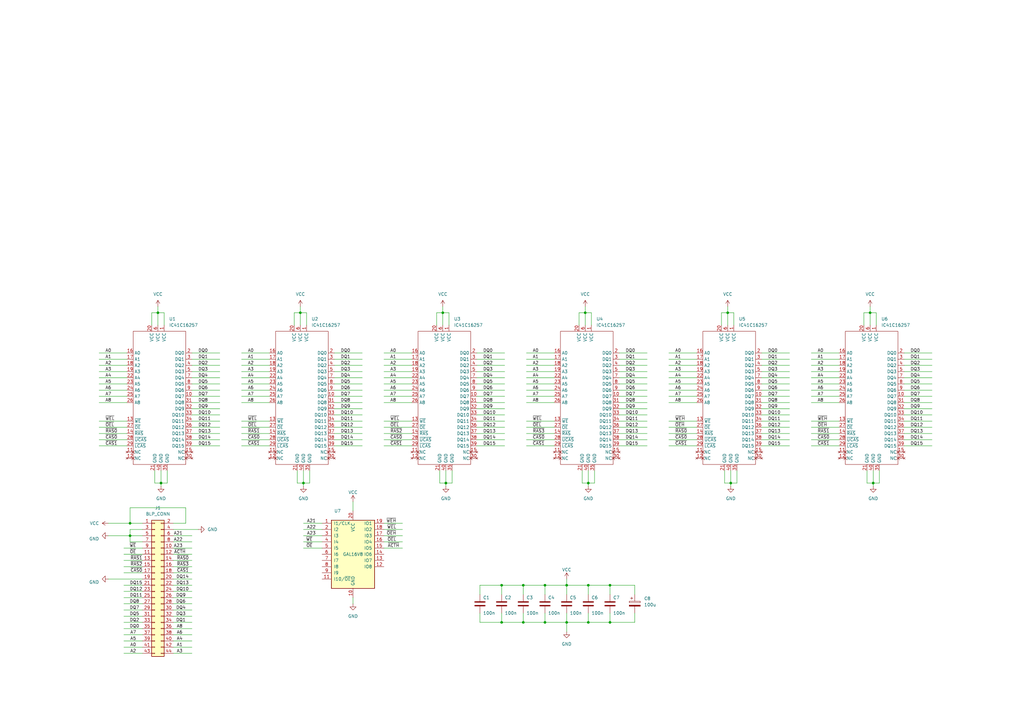
<source format=kicad_sch>
(kicad_sch (version 20211123) (generator eeschema)
  (paper "A3")
  (junction (at 53.34 219.71) (diameter 0.9144))
  (junction (at 205.74 240.03) (diameter 0.9144))
  (junction (at 356.87 128.27))
  (junction (at 182.88 198.12))
  (junction (at 250.19 240.03))
  (junction (at 214.63 240.03) (diameter 0.9144))
  (junction (at 232.41 255.27) (diameter 0.9144))
  (junction (at 241.3 240.03) (diameter 0.9144))
  (junction (at 241.3 198.12))
  (junction (at 298.45 128.27))
  (junction (at 232.41 240.03) (diameter 0.9144))
  (junction (at 66.04 198.12))
  (junction (at 223.52 240.03) (diameter 0.9144))
  (junction (at 250.19 255.27))
  (junction (at 181.61 128.27))
  (junction (at 223.52 255.27) (diameter 0.9144))
  (junction (at 299.72 198.12))
  (junction (at 123.19 128.27))
  (junction (at 64.77 128.27))
  (junction (at 53.34 214.63) (diameter 0.9144))
  (junction (at 205.74 255.27) (diameter 0.9144))
  (junction (at 240.03 128.27))
  (junction (at 124.46 198.12))
  (junction (at 358.14 198.12))
  (junction (at 214.63 255.27) (diameter 0.9144))
  (junction (at 241.3 255.27) (diameter 0.9144))
  (wire (pts (xy 99.06 162.56) (xy 110.49 162.56)))
  (wire (pts (xy 358.14 198.12) (xy 360.68 198.12)))
  (wire (pts (xy 62.23 133.35) (xy 62.23 128.27)))
  (wire (pts (xy 50.8 250.19) (xy 58.42 250.19)))
  (wire (pts (xy 332.74 182.88) (xy 344.17 182.88)))
  (wire (pts (xy 195.58 152.4) (xy 207.01 152.4)))
  (wire (pts (xy 358.14 193.04) (xy 358.14 198.12)))
  (wire (pts (xy 215.9 144.78) (xy 227.33 144.78)))
  (wire (pts (xy 254 147.32) (xy 265.43 147.32)))
  (wire (pts (xy 241.3 240.03) (xy 241.3 243.84)))
  (wire (pts (xy 370.84 160.02) (xy 382.27 160.02)))
  (wire (pts (xy 71.12 234.95) (xy 78.74 234.95)))
  (wire (pts (xy 157.48 172.72) (xy 168.91 172.72)))
  (wire (pts (xy 127 198.12) (xy 127 193.04)))
  (wire (pts (xy 312.42 162.56) (xy 323.85 162.56)))
  (wire (pts (xy 66.04 198.12) (xy 68.58 198.12)))
  (wire (pts (xy 78.74 167.64) (xy 90.17 167.64)))
  (wire (pts (xy 312.42 180.34) (xy 323.85 180.34)))
  (wire (pts (xy 62.23 128.27) (xy 64.77 128.27)))
  (wire (pts (xy 370.84 162.56) (xy 382.27 162.56)))
  (wire (pts (xy 40.64 177.8) (xy 52.07 177.8)))
  (wire (pts (xy 215.9 147.32) (xy 227.33 147.32)))
  (wire (pts (xy 137.16 170.18) (xy 148.59 170.18)))
  (wire (pts (xy 71.12 245.11) (xy 78.74 245.11)))
  (wire (pts (xy 180.34 193.04) (xy 180.34 198.12)))
  (wire (pts (xy 137.16 157.48) (xy 148.59 157.48)))
  (wire (pts (xy 195.58 167.64) (xy 207.01 167.64)))
  (wire (pts (xy 237.49 128.27) (xy 240.03 128.27)))
  (wire (pts (xy 157.48 177.8) (xy 168.91 177.8)))
  (wire (pts (xy 99.06 152.4) (xy 110.49 152.4)))
  (wire (pts (xy 78.74 144.78) (xy 90.17 144.78)))
  (wire (pts (xy 99.06 147.32) (xy 110.49 147.32)))
  (wire (pts (xy 50.8 255.27) (xy 58.42 255.27)))
  (wire (pts (xy 44.45 219.71) (xy 53.34 219.71)))
  (wire (pts (xy 53.34 219.71) (xy 58.42 219.71)))
  (wire (pts (xy 157.48 222.25) (xy 165.1 222.25)))
  (wire (pts (xy 78.74 165.1) (xy 90.17 165.1)))
  (wire (pts (xy 274.32 165.1) (xy 285.75 165.1)))
  (wire (pts (xy 238.76 193.04) (xy 238.76 198.12)))
  (wire (pts (xy 50.8 260.35) (xy 58.42 260.35)))
  (wire (pts (xy 53.34 217.17) (xy 53.34 219.71)))
  (wire (pts (xy 58.42 217.17) (xy 53.34 217.17)))
  (wire (pts (xy 312.42 172.72) (xy 323.85 172.72)))
  (wire (pts (xy 99.06 182.88) (xy 110.49 182.88)))
  (wire (pts (xy 250.19 251.46) (xy 250.19 255.27)))
  (wire (pts (xy 297.18 198.12) (xy 299.72 198.12)))
  (wire (pts (xy 332.74 180.34) (xy 344.17 180.34)))
  (wire (pts (xy 214.63 255.27) (xy 223.52 255.27)))
  (wire (pts (xy 40.64 175.26) (xy 52.07 175.26)))
  (wire (pts (xy 332.74 172.72) (xy 344.17 172.72)))
  (wire (pts (xy 298.45 128.27) (xy 300.99 128.27)))
  (wire (pts (xy 99.06 177.8) (xy 110.49 177.8)))
  (wire (pts (xy 332.74 160.02) (xy 344.17 160.02)))
  (wire (pts (xy 71.12 222.25) (xy 78.74 222.25)))
  (wire (pts (xy 53.34 222.25) (xy 53.34 219.71)))
  (wire (pts (xy 58.42 222.25) (xy 53.34 222.25)))
  (wire (pts (xy 254 180.34) (xy 265.43 180.34)))
  (wire (pts (xy 355.6 198.12) (xy 358.14 198.12)))
  (wire (pts (xy 44.45 214.63) (xy 53.34 214.63)))
  (wire (pts (xy 53.34 214.63) (xy 58.42 214.63)))
  (wire (pts (xy 71.12 262.89) (xy 78.74 262.89)))
  (wire (pts (xy 78.74 162.56) (xy 90.17 162.56)))
  (wire (pts (xy 312.42 177.8) (xy 323.85 177.8)))
  (wire (pts (xy 64.77 128.27) (xy 64.77 133.35)))
  (wire (pts (xy 254 149.86) (xy 265.43 149.86)))
  (wire (pts (xy 124.46 198.12) (xy 124.46 199.39)))
  (wire (pts (xy 157.48 152.4) (xy 168.91 152.4)))
  (wire (pts (xy 78.74 180.34) (xy 90.17 180.34)))
  (wire (pts (xy 121.92 193.04) (xy 121.92 198.12)))
  (wire (pts (xy 302.26 198.12) (xy 302.26 193.04)))
  (wire (pts (xy 250.19 240.03) (xy 250.19 243.84)))
  (wire (pts (xy 241.3 198.12) (xy 243.84 198.12)))
  (wire (pts (xy 300.99 128.27) (xy 300.99 133.35)))
  (wire (pts (xy 157.48 154.94) (xy 168.91 154.94)))
  (wire (pts (xy 137.16 162.56) (xy 148.59 162.56)))
  (wire (pts (xy 215.9 182.88) (xy 227.33 182.88)))
  (wire (pts (xy 50.8 257.81) (xy 58.42 257.81)))
  (wire (pts (xy 137.16 160.02) (xy 148.59 160.02)))
  (wire (pts (xy 360.68 198.12) (xy 360.68 193.04)))
  (wire (pts (xy 370.84 147.32) (xy 382.27 147.32)))
  (wire (pts (xy 240.03 128.27) (xy 240.03 133.35)))
  (wire (pts (xy 50.8 265.43) (xy 58.42 265.43)))
  (wire (pts (xy 274.32 172.72) (xy 285.75 172.72)))
  (wire (pts (xy 195.58 154.94) (xy 207.01 154.94)))
  (wire (pts (xy 66.04 198.12) (xy 66.04 199.39)))
  (wire (pts (xy 124.46 217.17) (xy 132.08 217.17)))
  (wire (pts (xy 195.58 170.18) (xy 207.01 170.18)))
  (wire (pts (xy 254 144.78) (xy 265.43 144.78)))
  (wire (pts (xy 99.06 149.86) (xy 110.49 149.86)))
  (wire (pts (xy 195.58 172.72) (xy 207.01 172.72)))
  (wire (pts (xy 66.04 193.04) (xy 66.04 198.12)))
  (wire (pts (xy 71.12 267.97) (xy 78.74 267.97)))
  (wire (pts (xy 182.88 198.12) (xy 185.42 198.12)))
  (wire (pts (xy 78.74 177.8) (xy 90.17 177.8)))
  (wire (pts (xy 157.48 157.48) (xy 168.91 157.48)))
  (wire (pts (xy 71.12 224.79) (xy 78.74 224.79)))
  (wire (pts (xy 223.52 240.03) (xy 232.41 240.03)))
  (wire (pts (xy 274.32 152.4) (xy 285.75 152.4)))
  (wire (pts (xy 40.64 182.88) (xy 52.07 182.88)))
  (wire (pts (xy 195.58 157.48) (xy 207.01 157.48)))
  (wire (pts (xy 78.74 175.26) (xy 90.17 175.26)))
  (wire (pts (xy 78.74 160.02) (xy 90.17 160.02)))
  (wire (pts (xy 124.46 224.79) (xy 132.08 224.79)))
  (wire (pts (xy 137.16 177.8) (xy 148.59 177.8)))
  (wire (pts (xy 137.16 182.88) (xy 148.59 182.88)))
  (wire (pts (xy 359.41 128.27) (xy 359.41 133.35)))
  (wire (pts (xy 370.84 149.86) (xy 382.27 149.86)))
  (wire (pts (xy 40.64 157.48) (xy 52.07 157.48)))
  (wire (pts (xy 274.32 162.56) (xy 285.75 162.56)))
  (wire (pts (xy 71.12 240.03) (xy 78.74 240.03)))
  (wire (pts (xy 50.8 224.79) (xy 58.42 224.79)))
  (wire (pts (xy 120.65 128.27) (xy 123.19 128.27)))
  (wire (pts (xy 332.74 144.78) (xy 344.17 144.78)))
  (wire (pts (xy 254 177.8) (xy 265.43 177.8)))
  (wire (pts (xy 71.12 219.71) (xy 78.74 219.71)))
  (wire (pts (xy 254 152.4) (xy 265.43 152.4)))
  (wire (pts (xy 157.48 219.71) (xy 165.1 219.71)))
  (wire (pts (xy 354.33 128.27) (xy 356.87 128.27)))
  (wire (pts (xy 137.16 165.1) (xy 148.59 165.1)))
  (wire (pts (xy 215.9 180.34) (xy 227.33 180.34)))
  (wire (pts (xy 144.78 205.74) (xy 144.78 209.55)))
  (wire (pts (xy 71.12 260.35) (xy 78.74 260.35)))
  (wire (pts (xy 223.52 251.46) (xy 223.52 255.27)))
  (wire (pts (xy 332.74 175.26) (xy 344.17 175.26)))
  (wire (pts (xy 312.42 160.02) (xy 323.85 160.02)))
  (wire (pts (xy 196.85 255.27) (xy 205.74 255.27)))
  (wire (pts (xy 370.84 182.88) (xy 382.27 182.88)))
  (wire (pts (xy 214.63 240.03) (xy 223.52 240.03)))
  (wire (pts (xy 370.84 177.8) (xy 382.27 177.8)))
  (wire (pts (xy 195.58 162.56) (xy 207.01 162.56)))
  (wire (pts (xy 137.16 144.78) (xy 148.59 144.78)))
  (wire (pts (xy 179.07 133.35) (xy 179.07 128.27)))
  (wire (pts (xy 370.84 152.4) (xy 382.27 152.4)))
  (wire (pts (xy 297.18 193.04) (xy 297.18 198.12)))
  (wire (pts (xy 215.9 177.8) (xy 227.33 177.8)))
  (wire (pts (xy 312.42 144.78) (xy 323.85 144.78)))
  (wire (pts (xy 299.72 198.12) (xy 299.72 199.39)))
  (wire (pts (xy 196.85 251.46) (xy 196.85 255.27)))
  (wire (pts (xy 215.9 149.86) (xy 227.33 149.86)))
  (wire (pts (xy 260.35 243.84) (xy 260.35 240.03)))
  (wire (pts (xy 50.8 242.57) (xy 58.42 242.57)))
  (wire (pts (xy 124.46 214.63) (xy 132.08 214.63)))
  (wire (pts (xy 254 160.02) (xy 265.43 160.02)))
  (wire (pts (xy 243.84 198.12) (xy 243.84 193.04)))
  (wire (pts (xy 254 157.48) (xy 265.43 157.48)))
  (wire (pts (xy 299.72 193.04) (xy 299.72 198.12)))
  (wire (pts (xy 157.48 147.32) (xy 168.91 147.32)))
  (wire (pts (xy 242.57 128.27) (xy 242.57 133.35)))
  (wire (pts (xy 137.16 175.26) (xy 148.59 175.26)))
  (wire (pts (xy 181.61 128.27) (xy 184.15 128.27)))
  (wire (pts (xy 182.88 193.04) (xy 182.88 198.12)))
  (wire (pts (xy 241.3 255.27) (xy 250.19 255.27)))
  (wire (pts (xy 370.84 157.48) (xy 382.27 157.48)))
  (wire (pts (xy 71.12 257.81) (xy 78.74 257.81)))
  (wire (pts (xy 50.8 240.03) (xy 58.42 240.03)))
  (wire (pts (xy 312.42 182.88) (xy 323.85 182.88)))
  (wire (pts (xy 137.16 172.72) (xy 148.59 172.72)))
  (wire (pts (xy 332.74 154.94) (xy 344.17 154.94)))
  (wire (pts (xy 195.58 147.32) (xy 207.01 147.32)))
  (wire (pts (xy 232.41 237.49) (xy 232.41 240.03)))
  (wire (pts (xy 237.49 133.35) (xy 237.49 128.27)))
  (wire (pts (xy 137.16 152.4) (xy 148.59 152.4)))
  (wire (pts (xy 232.41 240.03) (xy 241.3 240.03)))
  (wire (pts (xy 312.42 149.86) (xy 323.85 149.86)))
  (wire (pts (xy 196.85 240.03) (xy 205.74 240.03)))
  (wire (pts (xy 157.48 224.79) (xy 165.1 224.79)))
  (wire (pts (xy 238.76 198.12) (xy 241.3 198.12)))
  (wire (pts (xy 71.12 217.17) (xy 81.28 217.17)))
  (wire (pts (xy 312.42 154.94) (xy 323.85 154.94)))
  (wire (pts (xy 370.84 167.64) (xy 382.27 167.64)))
  (wire (pts (xy 232.41 240.03) (xy 232.41 243.84)))
  (wire (pts (xy 182.88 198.12) (xy 182.88 199.39)))
  (wire (pts (xy 124.46 198.12) (xy 127 198.12)))
  (wire (pts (xy 185.42 198.12) (xy 185.42 193.04)))
  (wire (pts (xy 370.84 144.78) (xy 382.27 144.78)))
  (wire (pts (xy 78.74 182.88) (xy 90.17 182.88)))
  (wire (pts (xy 250.19 255.27) (xy 260.35 255.27)))
  (wire (pts (xy 181.61 128.27) (xy 181.61 133.35)))
  (wire (pts (xy 40.64 172.72) (xy 52.07 172.72)))
  (wire (pts (xy 157.48 165.1) (xy 168.91 165.1)))
  (wire (pts (xy 195.58 144.78) (xy 207.01 144.78)))
  (wire (pts (xy 78.74 149.86) (xy 90.17 149.86)))
  (wire (pts (xy 50.8 247.65) (xy 58.42 247.65)))
  (wire (pts (xy 240.03 125.73) (xy 240.03 128.27)))
  (wire (pts (xy 332.74 162.56) (xy 344.17 162.56)))
  (wire (pts (xy 370.84 165.1) (xy 382.27 165.1)))
  (wire (pts (xy 50.8 267.97) (xy 58.42 267.97)))
  (wire (pts (xy 125.73 128.27) (xy 125.73 133.35)))
  (wire (pts (xy 241.3 240.03) (xy 250.19 240.03)))
  (wire (pts (xy 254 165.1) (xy 265.43 165.1)))
  (wire (pts (xy 312.42 167.64) (xy 323.85 167.64)))
  (wire (pts (xy 254 172.72) (xy 265.43 172.72)))
  (wire (pts (xy 71.12 250.19) (xy 78.74 250.19)))
  (wire (pts (xy 120.65 133.35) (xy 120.65 128.27)))
  (wire (pts (xy 71.12 247.65) (xy 78.74 247.65)))
  (wire (pts (xy 64.77 125.73) (xy 64.77 128.27)))
  (wire (pts (xy 123.19 128.27) (xy 125.73 128.27)))
  (wire (pts (xy 78.74 157.48) (xy 90.17 157.48)))
  (wire (pts (xy 205.74 240.03) (xy 205.74 243.84)))
  (wire (pts (xy 124.46 222.25) (xy 132.08 222.25)))
  (wire (pts (xy 215.9 175.26) (xy 227.33 175.26)))
  (wire (pts (xy 63.5 193.04) (xy 63.5 198.12)))
  (wire (pts (xy 205.74 240.03) (xy 214.63 240.03)))
  (wire (pts (xy 99.06 154.94) (xy 110.49 154.94)))
  (wire (pts (xy 295.91 133.35) (xy 295.91 128.27)))
  (wire (pts (xy 370.84 170.18) (xy 382.27 170.18)))
  (wire (pts (xy 356.87 128.27) (xy 356.87 133.35)))
  (wire (pts (xy 40.64 180.34) (xy 52.07 180.34)))
  (wire (pts (xy 157.48 149.86) (xy 168.91 149.86)))
  (wire (pts (xy 68.58 198.12) (xy 68.58 193.04)))
  (wire (pts (xy 71.12 255.27) (xy 78.74 255.27)))
  (wire (pts (xy 370.84 175.26) (xy 382.27 175.26)))
  (wire (pts (xy 195.58 180.34) (xy 207.01 180.34)))
  (wire (pts (xy 215.9 162.56) (xy 227.33 162.56)))
  (wire (pts (xy 254 154.94) (xy 265.43 154.94)))
  (wire (pts (xy 356.87 128.27) (xy 359.41 128.27)))
  (wire (pts (xy 181.61 125.73) (xy 181.61 128.27)))
  (wire (pts (xy 254 167.64) (xy 265.43 167.64)))
  (wire (pts (xy 274.32 180.34) (xy 285.75 180.34)))
  (wire (pts (xy 254 175.26) (xy 265.43 175.26)))
  (wire (pts (xy 370.84 172.72) (xy 382.27 172.72)))
  (wire (pts (xy 355.6 193.04) (xy 355.6 198.12)))
  (wire (pts (xy 144.78 245.11) (xy 144.78 247.65)))
  (wire (pts (xy 215.9 165.1) (xy 227.33 165.1)))
  (wire (pts (xy 78.74 154.94) (xy 90.17 154.94)))
  (wire (pts (xy 195.58 165.1) (xy 207.01 165.1)))
  (wire (pts (xy 370.84 180.34) (xy 382.27 180.34)))
  (wire (pts (xy 232.41 255.27) (xy 241.3 255.27)))
  (wire (pts (xy 195.58 177.8) (xy 207.01 177.8)))
  (wire (pts (xy 215.9 160.02) (xy 227.33 160.02)))
  (wire (pts (xy 71.12 265.43) (xy 78.74 265.43)))
  (wire (pts (xy 124.46 193.04) (xy 124.46 198.12)))
  (wire (pts (xy 50.8 252.73) (xy 58.42 252.73)))
  (wire (pts (xy 370.84 154.94) (xy 382.27 154.94)))
  (wire (pts (xy 53.34 208.28) (xy 76.2 208.28)))
  (wire (pts (xy 53.34 214.63) (xy 53.34 208.28)))
  (wire (pts (xy 76.2 208.28) (xy 76.2 214.63)))
  (wire (pts (xy 76.2 214.63) (xy 71.12 214.63)))
  (wire (pts (xy 312.42 152.4) (xy 323.85 152.4)))
  (wire (pts (xy 195.58 175.26) (xy 207.01 175.26)))
  (wire (pts (xy 99.06 144.78) (xy 110.49 144.78)))
  (wire (pts (xy 99.06 180.34) (xy 110.49 180.34)))
  (wire (pts (xy 50.8 234.95) (xy 58.42 234.95)))
  (wire (pts (xy 40.64 165.1) (xy 52.07 165.1)))
  (wire (pts (xy 67.31 128.27) (xy 67.31 133.35)))
  (wire (pts (xy 312.42 170.18) (xy 323.85 170.18)))
  (wire (pts (xy 254 182.88) (xy 265.43 182.88)))
  (wire (pts (xy 99.06 165.1) (xy 110.49 165.1)))
  (wire (pts (xy 299.72 198.12) (xy 302.26 198.12)))
  (wire (pts (xy 78.74 172.72) (xy 90.17 172.72)))
  (wire (pts (xy 99.06 172.72) (xy 110.49 172.72)))
  (wire (pts (xy 123.19 125.73) (xy 123.19 128.27)))
  (wire (pts (xy 137.16 147.32) (xy 148.59 147.32)))
  (wire (pts (xy 137.16 149.86) (xy 148.59 149.86)))
  (wire (pts (xy 232.41 255.27) (xy 232.41 259.08)))
  (wire (pts (xy 179.07 128.27) (xy 181.61 128.27)))
  (wire (pts (xy 254 162.56) (xy 265.43 162.56)))
  (wire (pts (xy 50.8 227.33) (xy 58.42 227.33)))
  (wire (pts (xy 312.42 165.1) (xy 323.85 165.1)))
  (wire (pts (xy 71.12 237.49) (xy 78.74 237.49)))
  (wire (pts (xy 356.87 125.73) (xy 356.87 128.27)))
  (wire (pts (xy 195.58 160.02) (xy 207.01 160.02)))
  (wire (pts (xy 71.12 252.73) (xy 78.74 252.73)))
  (wire (pts (xy 50.8 232.41) (xy 58.42 232.41)))
  (wire (pts (xy 332.74 147.32) (xy 344.17 147.32)))
  (wire (pts (xy 312.42 175.26) (xy 323.85 175.26)))
  (wire (pts (xy 260.35 255.27) (xy 260.35 251.46)))
  (wire (pts (xy 214.63 251.46) (xy 214.63 255.27)))
  (wire (pts (xy 157.48 180.34) (xy 168.91 180.34)))
  (wire (pts (xy 71.12 229.87) (xy 78.74 229.87)))
  (wire (pts (xy 157.48 162.56) (xy 168.91 162.56)))
  (wire (pts (xy 298.45 128.27) (xy 298.45 133.35)))
  (wire (pts (xy 232.41 251.46) (xy 232.41 255.27)))
  (wire (pts (xy 63.5 198.12) (xy 66.04 198.12)))
  (wire (pts (xy 71.12 227.33) (xy 78.74 227.33)))
  (wire (pts (xy 223.52 240.03) (xy 223.52 243.84)))
  (wire (pts (xy 205.74 251.46) (xy 205.74 255.27)))
  (wire (pts (xy 157.48 217.17) (xy 165.1 217.17)))
  (wire (pts (xy 274.32 175.26) (xy 285.75 175.26)))
  (wire (pts (xy 254 170.18) (xy 265.43 170.18)))
  (wire (pts (xy 205.74 255.27) (xy 214.63 255.27)))
  (wire (pts (xy 99.06 160.02) (xy 110.49 160.02)))
  (wire (pts (xy 157.48 175.26) (xy 168.91 175.26)))
  (wire (pts (xy 215.9 152.4) (xy 227.33 152.4)))
  (wire (pts (xy 40.64 154.94) (xy 52.07 154.94)))
  (wire (pts (xy 358.14 198.12) (xy 358.14 199.39)))
  (wire (pts (xy 78.74 170.18) (xy 90.17 170.18)))
  (wire (pts (xy 71.12 232.41) (xy 78.74 232.41)))
  (wire (pts (xy 223.52 255.27) (xy 232.41 255.27)))
  (wire (pts (xy 50.8 262.89) (xy 58.42 262.89)))
  (wire (pts (xy 40.64 162.56) (xy 52.07 162.56)))
  (wire (pts (xy 274.32 160.02) (xy 285.75 160.02)))
  (wire (pts (xy 274.32 154.94) (xy 285.75 154.94)))
  (wire (pts (xy 184.15 128.27) (xy 184.15 133.35)))
  (wire (pts (xy 332.74 177.8) (xy 344.17 177.8)))
  (wire (pts (xy 295.91 128.27) (xy 298.45 128.27)))
  (wire (pts (xy 298.45 125.73) (xy 298.45 128.27)))
  (wire (pts (xy 99.06 157.48) (xy 110.49 157.48)))
  (wire (pts (xy 157.48 214.63) (xy 165.1 214.63)))
  (wire (pts (xy 241.3 198.12) (xy 241.3 199.39)))
  (wire (pts (xy 50.8 229.87) (xy 58.42 229.87)))
  (wire (pts (xy 44.45 237.49) (xy 58.42 237.49)))
  (wire (pts (xy 274.32 144.78) (xy 285.75 144.78)))
  (wire (pts (xy 137.16 167.64) (xy 148.59 167.64)))
  (wire (pts (xy 137.16 154.94) (xy 148.59 154.94)))
  (wire (pts (xy 312.42 147.32) (xy 323.85 147.32)))
  (wire (pts (xy 215.9 154.94) (xy 227.33 154.94)))
  (wire (pts (xy 157.48 160.02) (xy 168.91 160.02)))
  (wire (pts (xy 332.74 157.48) (xy 344.17 157.48)))
  (wire (pts (xy 157.48 144.78) (xy 168.91 144.78)))
  (wire (pts (xy 274.32 177.8) (xy 285.75 177.8)))
  (wire (pts (xy 312.42 157.48) (xy 323.85 157.48)))
  (wire (pts (xy 123.19 128.27) (xy 123.19 133.35)))
  (wire (pts (xy 260.35 240.03) (xy 250.19 240.03)))
  (wire (pts (xy 121.92 198.12) (xy 124.46 198.12)))
  (wire (pts (xy 40.64 144.78) (xy 52.07 144.78)))
  (wire (pts (xy 180.34 198.12) (xy 182.88 198.12)))
  (wire (pts (xy 241.3 193.04) (xy 241.3 198.12)))
  (wire (pts (xy 64.77 128.27) (xy 67.31 128.27)))
  (wire (pts (xy 50.8 245.11) (xy 58.42 245.11)))
  (wire (pts (xy 40.64 149.86) (xy 52.07 149.86)))
  (wire (pts (xy 274.32 147.32) (xy 285.75 147.32)))
  (wire (pts (xy 78.74 147.32) (xy 90.17 147.32)))
  (wire (pts (xy 195.58 149.86) (xy 207.01 149.86)))
  (wire (pts (xy 78.74 152.4) (xy 90.17 152.4)))
  (wire (pts (xy 332.74 165.1) (xy 344.17 165.1)))
  (wire (pts (xy 241.3 251.46) (xy 241.3 255.27)))
  (wire (pts (xy 157.48 182.88) (xy 168.91 182.88)))
  (wire (pts (xy 40.64 152.4) (xy 52.07 152.4)))
  (wire (pts (xy 240.03 128.27) (xy 242.57 128.27)))
  (wire (pts (xy 40.64 160.02) (xy 52.07 160.02)))
  (wire (pts (xy 214.63 240.03) (xy 214.63 243.84)))
  (wire (pts (xy 71.12 242.57) (xy 78.74 242.57)))
  (wire (pts (xy 274.32 149.86) (xy 285.75 149.86)))
  (wire (pts (xy 40.64 147.32) (xy 52.07 147.32)))
  (wire (pts (xy 196.85 240.03) (xy 196.85 243.84)))
  (wire (pts (xy 215.9 157.48) (xy 227.33 157.48)))
  (wire (pts (xy 124.46 219.71) (xy 132.08 219.71)))
  (wire (pts (xy 274.32 157.48) (xy 285.75 157.48)))
  (wire (pts (xy 195.58 182.88) (xy 207.01 182.88)))
  (wire (pts (xy 215.9 172.72) (xy 227.33 172.72)))
  (wire (pts (xy 332.74 152.4) (xy 344.17 152.4)))
  (wire (pts (xy 99.06 175.26) (xy 110.49 175.26)))
  (wire (pts (xy 274.32 182.88) (xy 285.75 182.88)))
  (wire (pts (xy 332.74 149.86) (xy 344.17 149.86)))
  (wire (pts (xy 137.16 180.34) (xy 148.59 180.34)))
  (wire (pts (xy 354.33 133.35) (xy 354.33 128.27)))
  (label "A4" (at 335.28 154.94 0))
  (label "A8" (at 43.18 165.1 0))
  (label "DQ11" (at 256.54 172.72 0))
  (label "DQ2" (at 256.54 149.86 0))
  (label "~{CAS0}" (at 43.18 180.34 0))
  (label "~{RAS3}" (at 77.47 232.41 180))
  (label "DQ6" (at 76.2 247.65 180))
  (label "A3" (at 218.44 152.4 0))
  (label "DQ13" (at 81.28 177.8 0))
  (label "A23" (at 129.54 219.71 180))
  (label "A2" (at 160.02 149.86 0))
  (label "A7" (at 43.18 162.56 0))
  (label "~{CAS0}" (at 160.02 180.34 0))
  (label "A5" (at 43.18 157.48 0))
  (label "A8" (at 101.6 165.1 0))
  (label "DQ12" (at 81.28 175.26 0))
  (label "DQ5" (at 198.12 157.48 0))
  (label "A3" (at 335.28 152.4 0))
  (label "A1" (at 43.18 147.32 0))
  (label "A8" (at 160.02 165.1 0))
  (label "DQ15" (at 139.7 182.88 0))
  (label "DQ14" (at 373.38 180.34 0))
  (label "~{WEL}" (at 218.44 172.72 0))
  (label "A6" (at 335.28 160.02 0))
  (label "~{RAS2}" (at 160.02 177.8 0))
  (label "~{CAS1}" (at 77.47 234.95 180))
  (label "DQ9" (at 198.12 167.64 0))
  (label "DQ9" (at 81.28 167.64 0))
  (label "DQ7" (at 373.38 162.56 0))
  (label "DQ12" (at 58.42 242.57 180))
  (label "DQ6" (at 81.28 160.02 0))
  (label "DQ6" (at 198.12 160.02 0))
  (label "DQ0" (at 198.12 144.78 0))
  (label "A0" (at 276.86 144.78 0))
  (label "~{RAS1}" (at 101.6 177.8 0))
  (label "A0" (at 160.02 144.78 0))
  (label "DQ13" (at 256.54 177.8 0))
  (label "DQ8" (at 314.96 165.1 0))
  (label "DQ14" (at 81.28 180.34 0))
  (label "~{WEL}" (at 101.6 172.72 0))
  (label "A3" (at 276.86 152.4 0))
  (label "DQ7" (at 314.96 162.56 0))
  (label "A6" (at 74.93 260.35 180))
  (label "~{RAS1}" (at 58.42 229.87 180))
  (label "DQ10" (at 373.38 170.18 0))
  (label "DQ11" (at 58.42 245.11 180))
  (label "DQ12" (at 198.12 175.26 0))
  (label "A5" (at 218.44 157.48 0))
  (label "A0" (at 55.88 265.43 180))
  (label "DQ1" (at 76.2 255.27 180))
  (label "~{WEH}" (at 276.86 172.72 0))
  (label "~{CAS0}" (at 335.28 180.34 0))
  (label "DQ3" (at 256.54 152.4 0))
  (label "~{RAS3}" (at 218.44 177.8 0))
  (label "A2" (at 218.44 149.86 0))
  (label "A0" (at 101.6 144.78 0))
  (label "A5" (at 335.28 157.48 0))
  (label "~{OE}" (at 55.88 227.33 180))
  (label "DQ7" (at 57.15 250.19 180))
  (label "DQ10" (at 256.54 170.18 0))
  (label "A3" (at 160.02 152.4 0))
  (label "A5" (at 160.02 157.48 0))
  (label "A4" (at 43.18 154.94 0))
  (label "DQ2" (at 139.7 149.86 0))
  (label "A1" (at 160.02 147.32 0))
  (label "DQ10" (at 77.47 242.57 180))
  (label "DQ15" (at 58.42 240.03 180))
  (label "DQ4" (at 139.7 154.94 0))
  (label "~{RAS0}" (at 43.18 177.8 0))
  (label "A6" (at 43.18 160.02 0))
  (label "~{OEL}" (at 162.56 222.25 180))
  (label "~{RAS0}" (at 77.47 229.87 180))
  (label "A4" (at 74.93 262.89 180))
  (label "DQ15" (at 81.28 182.88 0))
  (label "~{CAS1}" (at 335.28 182.88 0))
  (label "A5" (at 276.86 157.48 0))
  (label "DQ11" (at 81.28 172.72 0))
  (label "DQ7" (at 139.7 162.56 0))
  (label "A6" (at 276.86 160.02 0))
  (label "DQ5" (at 314.96 157.48 0))
  (label "DQ12" (at 373.38 175.26 0))
  (label "DQ4" (at 198.12 154.94 0))
  (label "A4" (at 218.44 154.94 0))
  (label "A2" (at 43.18 149.86 0))
  (label "A2" (at 55.88 267.97 180))
  (label "A6" (at 101.6 160.02 0))
  (label "DQ4" (at 256.54 154.94 0))
  (label "DQ10" (at 314.96 170.18 0))
  (label "~{OEL}" (at 160.02 175.26 0))
  (label "DQ1" (at 373.38 147.32 0))
  (label "~{WEL}" (at 160.02 172.72 0))
  (label "DQ1" (at 81.28 147.32 0))
  (label "A2" (at 335.28 149.86 0))
  (label "~{OEH}" (at 276.86 175.26 0))
  (label "A21" (at 129.54 214.63 180))
  (label "~{ACTH}" (at 163.83 224.79 180))
  (label "A0" (at 335.28 144.78 0))
  (label "DQ13" (at 77.47 240.03 180))
  (label "~{OEH}" (at 335.28 175.26 0))
  (label "~{CAS0}" (at 101.6 180.34 0))
  (label "DQ0" (at 373.38 144.78 0))
  (label "DQ9" (at 76.2 245.11 180))
  (label "~{WEH}" (at 162.56 214.63 180))
  (label "~{CAS0}" (at 218.44 180.34 0))
  (label "DQ12" (at 314.96 175.26 0))
  (label "DQ5" (at 81.28 157.48 0))
  (label "A7" (at 218.44 162.56 0))
  (label "DQ7" (at 198.12 162.56 0))
  (label "A0" (at 218.44 144.78 0))
  (label "~{CAS1}" (at 276.86 182.88 0))
  (label "A8" (at 276.86 165.1 0))
  (label "DQ14" (at 256.54 180.34 0))
  (label "DQ15" (at 373.38 182.88 0))
  (label "A6" (at 218.44 160.02 0))
  (label "A7" (at 55.88 260.35 180))
  (label "DQ15" (at 198.12 182.88 0))
  (label "DQ9" (at 256.54 167.64 0))
  (label "DQ4" (at 76.2 250.19 180))
  (label "DQ11" (at 314.96 172.72 0))
  (label "DQ13" (at 373.38 177.8 0))
  (label "A1" (at 74.93 265.43 180))
  (label "A4" (at 101.6 154.94 0))
  (label "A21" (at 74.93 219.71 180))
  (label "DQ14" (at 139.7 180.34 0))
  (label "A8" (at 74.93 257.81 180))
  (label "A1" (at 335.28 147.32 0))
  (label "DQ13" (at 139.7 177.8 0))
  (label "DQ11" (at 373.38 172.72 0))
  (label "A2" (at 101.6 149.86 0))
  (label "DQ10" (at 139.7 170.18 0))
  (label "DQ2" (at 198.12 149.86 0))
  (label "DQ5" (at 57.15 252.73 180))
  (label "DQ2" (at 314.96 149.86 0))
  (label "~{WEL}" (at 162.56 217.17 180))
  (label "DQ3" (at 314.96 152.4 0))
  (label "A3" (at 74.93 267.97 180))
  (label "DQ2" (at 373.38 149.86 0))
  (label "A1" (at 218.44 147.32 0))
  (label "A7" (at 335.28 162.56 0))
  (label "A6" (at 160.02 160.02 0))
  (label "A8" (at 218.44 165.1 0))
  (label "~{WE}" (at 128.27 222.25 180))
  (label "DQ7" (at 81.28 162.56 0))
  (label "~{CAS0}" (at 58.42 234.95 180))
  (label "DQ11" (at 139.7 172.72 0))
  (label "~{RAS1}" (at 335.28 177.8 0))
  (label "A2" (at 276.86 149.86 0))
  (label "DQ10" (at 198.12 170.18 0))
  (label "DQ3" (at 139.7 152.4 0))
  (label "~{CAS1}" (at 43.18 182.88 0))
  (label "DQ13" (at 198.12 177.8 0))
  (label "~{WE}" (at 55.88 224.79 180))
  (label "DQ0" (at 139.7 144.78 0))
  (label "A7" (at 276.86 162.56 0))
  (label "DQ6" (at 256.54 160.02 0))
  (label "A1" (at 101.6 147.32 0))
  (label "~{WEL}" (at 43.18 172.72 0))
  (label "DQ12" (at 139.7 175.26 0))
  (label "~{CAS1}" (at 160.02 182.88 0))
  (label "A22" (at 74.93 222.25 180))
  (label "A5" (at 101.6 157.48 0))
  (label "DQ13" (at 314.96 177.8 0))
  (label "~{OEH}" (at 162.56 219.71 180))
  (label "A7" (at 160.02 162.56 0))
  (label "~{CAS1}" (at 218.44 182.88 0))
  (label "DQ4" (at 81.28 154.94 0))
  (label "DQ3" (at 81.28 152.4 0))
  (label "DQ8" (at 198.12 165.1 0))
  (label "DQ2" (at 57.15 255.27 180))
  (label "DQ15" (at 256.54 182.88 0))
  (label "A1" (at 276.86 147.32 0))
  (label "A23" (at 74.93 224.79 180))
  (label "A8" (at 335.28 165.1 0))
  (label "DQ8" (at 81.28 165.1 0))
  (label "DQ10" (at 81.28 170.18 0))
  (label "DQ8" (at 57.15 247.65 180))
  (label "DQ14" (at 314.96 180.34 0))
  (label "~{OEL}" (at 101.6 175.26 0))
  (label "DQ9" (at 314.96 167.64 0))
  (label "DQ1" (at 198.12 147.32 0))
  (label "DQ1" (at 256.54 147.32 0))
  (label "DQ2" (at 81.28 149.86 0))
  (label "~{RAS0}" (at 276.86 177.8 0))
  (label "DQ9" (at 139.7 167.64 0))
  (label "DQ12" (at 256.54 175.26 0))
  (label "DQ0" (at 81.28 144.78 0))
  (label "DQ8" (at 373.38 165.1 0))
  (label "~{OEL}" (at 218.44 175.26 0))
  (label "DQ3" (at 198.12 152.4 0))
  (label "DQ3" (at 76.2 252.73 180))
  (label "DQ4" (at 373.38 154.94 0))
  (label "A0" (at 43.18 144.78 0))
  (label "DQ9" (at 373.38 167.64 0))
  (label "DQ8" (at 256.54 165.1 0))
  (label "DQ7" (at 256.54 162.56 0))
  (label "DQ15" (at 314.96 182.88 0))
  (label "DQ1" (at 139.7 147.32 0))
  (label "DQ4" (at 314.96 154.94 0))
  (label "~{ACTH}" (at 76.2 227.33 180))
  (label "DQ6" (at 139.7 160.02 0))
  (label "~{WEH}" (at 335.28 172.72 0))
  (label "DQ8" (at 139.7 165.1 0))
  (label "DQ0" (at 256.54 144.78 0))
  (label "~{CAS0}" (at 276.86 180.34 0))
  (label "DQ5" (at 139.7 157.48 0))
  (label "~{CAS1}" (at 101.6 182.88 0))
  (label "DQ3" (at 373.38 152.4 0))
  (label "A3" (at 43.18 152.4 0))
  (label "~{RAS2}" (at 58.42 232.41 180))
  (label "DQ6" (at 373.38 160.02 0))
  (label "A5" (at 55.88 262.89 180))
  (label "~{OEL}" (at 43.18 175.26 0))
  (label "A3" (at 101.6 152.4 0))
  (label "DQ1" (at 314.96 147.32 0))
  (label "DQ5" (at 373.38 157.48 0))
  (label "DQ14" (at 198.12 180.34 0))
  (label "DQ5" (at 256.54 157.48 0))
  (label "DQ6" (at 314.96 160.02 0))
  (label "A22" (at 129.54 217.17 180))
  (label "DQ11" (at 198.12 172.72 0))
  (label "DQ0" (at 57.15 257.81 180))
  (label "~{OE}" (at 128.27 224.79 180))
  (label "A7" (at 101.6 162.56 0))
  (label "A4" (at 160.02 154.94 0))
  (label "A4" (at 276.86 154.94 0))
  (label "DQ14" (at 77.47 237.49 180))
  (label "DQ0" (at 314.96 144.78 0))
  (symbol (lib_id "power:GND") (at 232.41 259.08 0) (unit 1)
    (property "Reference" "#PWR05" (effects hide))
    (property "Value" "GND" (at 232.41 264.16 0))
  )
  (symbol (lib_id "Device:C") (at 232.41 247.65 0) (unit 1)
    (property "Reference" "C5" (at 233.68 245.11 0) (effects (justify left)))
    (property "Value" "100n" (at 233.68 251.46 0) (effects (justify left)))
    (property "Footprint" "Resistor_SMD:R_1206_3216Metric_Pad1.30x1.75mm_HandSolder" (effects hide))
  )
  (symbol (lib_id "Device:C_Polarized") (at 260.35 247.65 0) (unit 1)
    (property "Reference" "C8" (at 264.16 245.4909 0) (effects (justify left)))
    (property "Value" "100u" (at 264.16 248.0309 0) (effects (justify left)))
    (property "Footprint" "Capacitor_THT:CP_Radial_D6.3mm_P2.50mm" (effects hide))
  )
  (symbol (lib_id "power:GND") (at 124.46 199.39 0) (unit 1)
    (property "Reference" "#PWR0101" (effects hide))
    (property "Value" "GND" (at 124.46 204.47 0))
  )
  (symbol (lib_id "Device:C") (at 214.63 247.65 0) (unit 1)
    (property "Reference" "C3" (at 215.9 245.11 0) (effects (justify left)))
    (property "Value" "100n" (at 215.9 251.46 0) (effects (justify left)))
    (property "Footprint" "Resistor_SMD:R_1206_3216Metric_Pad1.30x1.75mm_HandSolder" (effects hide))
  )
  (symbol (lib_id "Device:C") (at 196.85 247.65 0) (unit 1)
    (property "Reference" "C1" (at 198.12 245.11 0) (effects (justify left)))
    (property "Value" "100n" (at 198.12 251.46 0) (effects (justify left)))
    (property "Footprint" "Resistor_SMD:R_1206_3216Metric_Pad1.30x1.75mm_HandSolder" (effects hide))
  )
  (symbol (lib_id "power:GND") (at 81.28 217.17 90) (unit 1)
    (property "Reference" "#PWR0145" (effects hide))
    (property "Value" "GND" (at 85.09 217.17 90) (effects (justify right)))
  )
  (symbol (lib_id "power:VCC") (at 240.03 125.73 0) (unit 1)
    (property "Reference" "#PWR0105" (effects hide))
    (property "Value" "VCC" (at 240.03 120.65 0))
  )
  (symbol (lib_id "DRAM:IC41C16257") (at 66.04 163.83 0) (unit 1)
    (property "Reference" "U1" (at 69.3294 130.81 0) (effects (justify left)))
    (property "Value" "IC41C16257" (at 69.3294 133.35 0) (effects (justify left)))
    (property "Footprint" "SMD:SOJ-40" (effects hide))
  )
  (symbol (lib_id "power:GND") (at 182.88 199.39 0) (unit 1)
    (property "Reference" "#PWR0103" (effects hide))
    (property "Value" "GND" (at 182.88 204.47 0))
  )
  (symbol (lib_name "IC41C16257_3") (lib_id "DRAM:IC41C16257") (at 299.72 163.83 0) (unit 1)
    (property "Reference" "U5" (at 303.0094 130.81 0) (effects (justify left)))
    (property "Value" "IC41C16257" (at 303.0094 133.35 0) (effects (justify left)))
    (property "Footprint" "SMD:SOJ-40" (effects hide))
  )
  (symbol (lib_id "Device:C") (at 241.3 247.65 0) (unit 1)
    (property "Reference" "C6" (at 242.57 245.11 0) (effects (justify left)))
    (property "Value" "100n" (at 242.57 251.46 0) (effects (justify left)))
    (property "Footprint" "Resistor_SMD:R_1206_3216Metric_Pad1.30x1.75mm_HandSolder" (effects hide))
  )
  (symbol (lib_id "power:GND") (at 66.04 199.39 0) (unit 1)
    (property "Reference" "#PWR0102" (effects hide))
    (property "Value" "GND" (at 66.04 204.47 0))
  )
  (symbol (lib_id "Device:C") (at 223.52 247.65 0) (unit 1)
    (property "Reference" "C4" (at 224.79 245.11 0) (effects (justify left)))
    (property "Value" "100n" (at 224.79 251.46 0) (effects (justify left)))
    (property "Footprint" "Resistor_SMD:R_1206_3216Metric_Pad1.30x1.75mm_HandSolder" (effects hide))
  )
  (symbol (lib_id "power:GND") (at 241.3 199.39 0) (unit 1)
    (property "Reference" "#PWR0104" (effects hide))
    (property "Value" "GND" (at 241.3 204.47 0))
  )
  (symbol (lib_id "power:VCC") (at 123.19 125.73 0) (unit 1)
    (property "Reference" "#PWR0106" (effects hide))
    (property "Value" "VCC" (at 123.19 120.65 0))
  )
  (symbol (lib_id "Connector_Generic:Conn_02x22_Odd_Even") (at 63.5 240.03 0) (unit 1)
    (property "Reference" "J1" (at 64.77 208.28 0))
    (property "Value" "BLP_CONN" (at 64.77 210.82 0))
    (property "Footprint" "Connector_PinHeader_2.54mm:PinHeader_2x22_P2.54mm_Vertical" (effects hide))
  )
  (symbol (lib_id "power:VCC") (at 181.61 125.73 0) (unit 1)
    (property "Reference" "#PWR0108" (effects hide))
    (property "Value" "VCC" (at 181.61 120.65 0))
  )
  (symbol (lib_id "power:GND") (at 44.45 237.49 270) (unit 1)
    (property "Reference" "#PWR0146" (effects hide))
    (property "Value" "GND" (at 40.64 238.76 90) (effects (justify right)))
  )
  (symbol (lib_id "Logic_Programmable:GAL16V8") (at 144.78 227.33 0) (unit 1)
    (property "Reference" "U7" (at 138.43 209.55 0))
    (property "Value" "GAL16V8" (at 144.78 227.33 0))
    (property "Footprint" "Package_DIP:DIP-20_W7.62mm" (effects hide))
  )
  (symbol (lib_name "IC41C16257_5") (lib_id "DRAM:IC41C16257") (at 182.88 163.83 0) (unit 1)
    (property "Reference" "U3" (at 186.1694 130.81 0) (effects (justify left)))
    (property "Value" "IC41C16257" (at 186.1694 133.35 0) (effects (justify left)))
    (property "Footprint" "SMD:SOJ-40" (effects hide))
  )
  (symbol (lib_id "power:GND") (at 44.45 219.71 270) (unit 1)
    (property "Reference" "#PWR0143" (effects hide))
    (property "Value" "GND" (at 40.64 220.98 90) (effects (justify right)))
  )
  (symbol (lib_id "power:GND") (at 144.78 247.65 0) (unit 1)
    (property "Reference" "#PWR012" (effects hide))
    (property "Value" "GND" (at 144.78 252.73 0))
  )
  (symbol (lib_id "power:VCC") (at 64.77 125.73 0) (unit 1)
    (property "Reference" "#PWR0107" (effects hide))
    (property "Value" "VCC" (at 64.77 120.65 0))
  )
  (symbol (lib_id "power:VCC") (at 144.78 205.74 0) (unit 1)
    (property "Reference" "#PWR011" (effects hide))
    (property "Value" "VCC" (at 144.78 201.93 0))
  )
  (symbol (lib_id "power:GND") (at 358.14 199.39 0) (unit 1)
    (property "Reference" "#PWR0112" (effects hide))
    (property "Value" "GND" (at 358.14 204.47 0))
  )
  (symbol (lib_id "power:VCC") (at 298.45 125.73 0) (unit 1)
    (property "Reference" "#PWR0111" (effects hide))
    (property "Value" "VCC" (at 298.45 120.65 0))
  )
  (symbol (lib_id "power:VCC") (at 44.45 214.63 90) (unit 1)
    (property "Reference" "#PWR0144" (effects hide))
    (property "Value" "VCC" (at 40.64 214.63 90) (effects (justify left)))
  )
  (symbol (lib_name "IC41C16257_1") (lib_id "DRAM:IC41C16257") (at 358.14 163.83 0) (unit 1)
    (property "Reference" "U6" (at 361.4294 130.81 0) (effects (justify left)))
    (property "Value" "IC41C16257" (at 361.4294 133.35 0) (effects (justify left)))
    (property "Footprint" "SMD:SOJ-40" (effects hide))
  )
  (symbol (lib_id "Device:C") (at 250.19 247.65 0) (unit 1)
    (property "Reference" "C7" (at 251.46 245.11 0) (effects (justify left)))
    (property "Value" "100n" (at 251.46 251.46 0) (effects (justify left)))
    (property "Footprint" "Resistor_SMD:R_1206_3216Metric_Pad1.30x1.75mm_HandSolder" (effects hide))
  )
  (symbol (lib_id "power:GND") (at 299.72 199.39 0) (unit 1)
    (property "Reference" "#PWR0109" (effects hide))
    (property "Value" "GND" (at 299.72 204.47 0))
  )
  (symbol (lib_id "power:VCC") (at 356.87 125.73 0) (unit 1)
    (property "Reference" "#PWR0110" (effects hide))
    (property "Value" "VCC" (at 356.87 120.65 0))
  )
  (symbol (lib_name "IC41C16257_2") (lib_id "DRAM:IC41C16257") (at 241.3 163.83 0) (unit 1)
    (property "Reference" "U4" (at 244.5894 130.81 0) (effects (justify left)))
    (property "Value" "IC41C16257" (at 244.5894 133.35 0) (effects (justify left)))
    (property "Footprint" "SMD:SOJ-40" (effects hide))
  )
  (symbol (lib_id "power:VCC") (at 232.41 237.49 0) (unit 1)
    (property "Reference" "#PWR04" (effects hide))
    (property "Value" "VCC" (at 232.41 233.68 0))
  )
  (symbol (lib_id "Device:C") (at 205.74 247.65 0) (unit 1)
    (property "Reference" "C2" (at 207.01 245.11 0) (effects (justify left)))
    (property "Value" "100n" (at 207.01 251.46 0) (effects (justify left)))
    (property "Footprint" "Resistor_SMD:R_1206_3216Metric_Pad1.30x1.75mm_HandSolder" (effects hide))
  )
  (symbol (lib_name "IC41C16257_4") (lib_id "DRAM:IC41C16257") (at 124.46 163.83 0) (unit 1)
    (property "Reference" "U2" (at 127.7494 130.81 0) (effects (justify left)))
    (property "Value" "IC41C16257" (at 127.7494 133.35 0) (effects (justify left)))
    (property "Footprint" "SMD:SOJ-40" (effects hide))
  )
)
</source>
